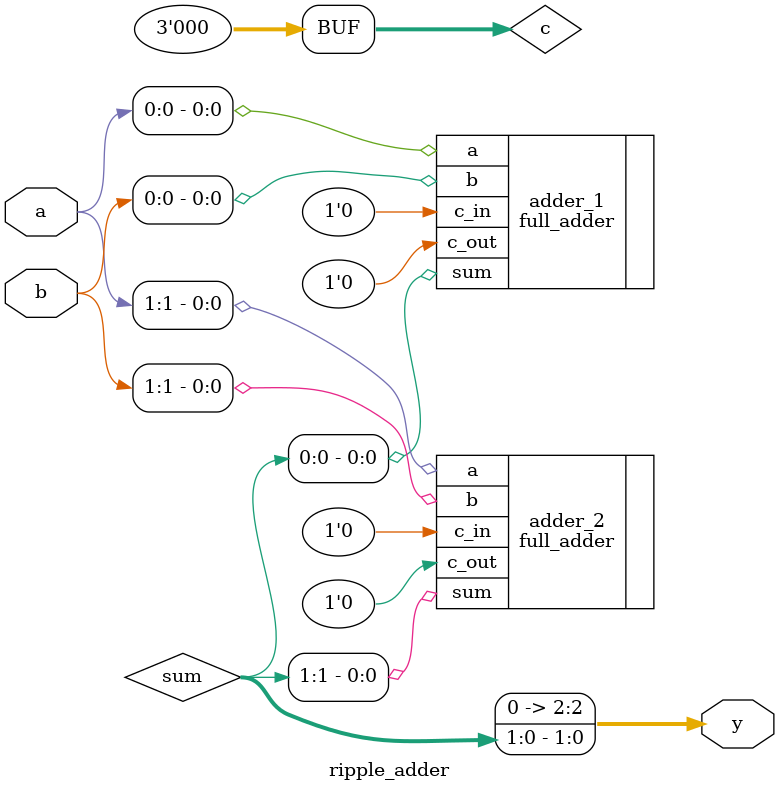
<source format=v>

module add_with_carry(a, b, y, c_in, c_out);
  input a;
  input b;
  input c_in;
  output y;
  output c_out;
  
  wire w1;
  wire w2;
  wire w3;
  
  assign w1 = a ^ b;
  assign w2 = w1 & c_in;
  assign w3 = a & b;
  
  assign y = w1 ^ c_in;
  assign c_out = w2 | w3;
endmodule


// Next, we declare several full adders in a cascading sequence.
// The first adder in the sequence has no carry input, so we
// set its carry input to zero.

module ripple_adder(a, b, y);
  input [1:0] a;
  input [1:0] b;
  output [2:0] y;
  
  wire [2:0] c;
  wire [1:0] sum;
  
  assign c = 1'b0;
  
  full_adder adder_1
  (
    .a(a[0]),
    .b(b[0]),
    .c_in(c[0]),
    .sum(sum[0]),
    .c_out(c[1])
  );
  
  full_adder adder_2
  (
    .a(a[1]),
    .b(b[1]),
    .c_in(c[1]),
    .sum(sum[1]),
    .c_out(c[2])
  );
  
  assign y = {c[2], sum};
endmodule

</source>
